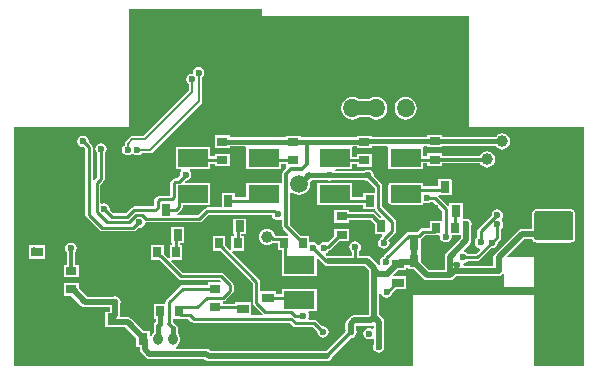
<source format=gbl>
G04*
G04 #@! TF.GenerationSoftware,Altium Limited,Altium Designer,19.0.11 (319)*
G04*
G04 Layer_Physical_Order=2*
G04 Layer_Color=16711680*
%FSLAX25Y25*%
%MOIN*%
G70*
G01*
G75*
%ADD13C,0.01181*%
%ADD15C,0.00787*%
%ADD52R,0.03543X0.02756*%
%ADD53R,0.02756X0.03543*%
%ADD55R,0.03843X0.03000*%
%ADD56R,0.03000X0.03843*%
%ADD105C,0.04724*%
%ADD106C,0.00984*%
%ADD107C,0.01575*%
%ADD108C,0.01299*%
%ADD109C,0.01968*%
%ADD112R,0.05906X0.05906*%
%ADD113C,0.05906*%
%ADD114R,0.04000X0.03150*%
%ADD115O,0.04000X0.03150*%
%ADD116C,0.01500*%
%ADD117O,0.05906X0.06299*%
%ADD118R,0.05118X0.06890*%
%ADD119O,0.03150X0.04000*%
%ADD120R,0.03150X0.04000*%
%ADD121O,0.03543X0.07677*%
%ADD122O,0.04134X0.06102*%
%ADD123C,0.15748*%
%ADD124C,0.02362*%
%ADD125C,0.03937*%
%ADD126C,0.01772*%
%ADD127R,0.03150X0.03937*%
%ADD128R,0.03937X0.03150*%
%ADD129R,0.10236X0.05906*%
%ADD130C,0.01378*%
G36*
X83169Y117224D02*
X152067D01*
Y80216D01*
X173072D01*
X173104Y80245D01*
X190453Y80216D01*
Y63681D01*
Y20672D01*
X190453Y20672D01*
X190453Y20672D01*
X190453Y4530D01*
X190453Y4529D01*
Y492D01*
X173622D01*
Y4150D01*
X173602Y21529D01*
X173622Y21547D01*
Y24016D01*
X133268D01*
Y492D01*
X10943D01*
X10675Y439D01*
X8613Y384D01*
X7877Y492D01*
X492D01*
Y4292D01*
X464Y4324D01*
X464D01*
Y20480D01*
X492Y20511D01*
Y62836D01*
X464Y62868D01*
X492Y80216D01*
X38878D01*
Y119587D01*
X83169D01*
Y117224D01*
D02*
G37*
%LPC*%
G36*
X121063Y90268D02*
X120107Y90142D01*
X119217Y89773D01*
X118828Y89475D01*
X115424D01*
X115035Y89773D01*
X114145Y90142D01*
X113189Y90268D01*
X112233Y90142D01*
X111343Y89773D01*
X110578Y89186D01*
X109991Y88421D01*
X109622Y87531D01*
X109496Y86575D01*
Y86181D01*
X109622Y85225D01*
X109991Y84335D01*
X110578Y83570D01*
X111343Y82983D01*
X112233Y82614D01*
X113189Y82488D01*
X114145Y82614D01*
X115035Y82983D01*
X115424Y83281D01*
X118828D01*
X119217Y82983D01*
X120107Y82614D01*
X121063Y82488D01*
X122019Y82614D01*
X122909Y82983D01*
X123674Y83570D01*
X124261Y84335D01*
X124630Y85225D01*
X124756Y86181D01*
Y86575D01*
X124630Y87531D01*
X124261Y88421D01*
X123674Y89186D01*
X122909Y89773D01*
X122019Y90142D01*
X121063Y90268D01*
D02*
G37*
G36*
X130905D02*
X129950Y90142D01*
X129059Y89773D01*
X128294Y89186D01*
X127707Y88421D01*
X127338Y87531D01*
X127213Y86575D01*
Y86181D01*
X127338Y85225D01*
X127707Y84335D01*
X128294Y83570D01*
X129059Y82983D01*
X129950Y82614D01*
X130905Y82488D01*
X131861Y82614D01*
X132752Y82983D01*
X133517Y83570D01*
X134104Y84335D01*
X134473Y85225D01*
X134599Y86181D01*
Y86575D01*
X134473Y87531D01*
X134104Y88421D01*
X133517Y89186D01*
X132752Y89773D01*
X131861Y90142D01*
X130905Y90268D01*
D02*
G37*
G36*
X163140Y78005D02*
X162441Y77913D01*
X161790Y77644D01*
X161230Y77214D01*
X160985Y76894D01*
X143032D01*
Y77520D01*
X138071D01*
Y76811D01*
X119606D01*
Y77224D01*
X114646D01*
Y76663D01*
X95886D01*
Y77224D01*
X90925D01*
Y76712D01*
X72264D01*
Y77323D01*
X67303D01*
Y73150D01*
X72264D01*
Y73662D01*
X77465D01*
X77835Y73346D01*
Y66024D01*
X89488D01*
Y67732D01*
X90925D01*
Y66870D01*
X90925D01*
X91114Y66413D01*
X90185Y65484D01*
X89898Y65054D01*
X89797Y64547D01*
X89797Y64547D01*
Y61907D01*
X89488Y61535D01*
X77835D01*
Y56638D01*
X74134D01*
Y57992D01*
X69567D01*
Y53291D01*
X64764D01*
X64295Y53198D01*
X63898Y52933D01*
X61698Y50732D01*
X54755D01*
X54701Y51231D01*
X55098Y51496D01*
X56279Y52678D01*
X56545Y53075D01*
X56638Y53543D01*
Y54213D01*
X65866D01*
Y61535D01*
X57522D01*
X57312Y62030D01*
X57524Y62261D01*
X57582Y62250D01*
X58319Y62396D01*
X58944Y62814D01*
X59362Y63439D01*
X59508Y64176D01*
X59362Y64914D01*
X58954Y65524D01*
X58972Y65616D01*
X59118Y66024D01*
X65866D01*
Y67831D01*
X67303D01*
Y66969D01*
X72264D01*
Y71142D01*
X67303D01*
Y70279D01*
X65866D01*
Y73347D01*
X54213D01*
Y66024D01*
X56045D01*
X56191Y65616D01*
X56209Y65524D01*
X55801Y64914D01*
X55655Y64176D01*
X55687Y64013D01*
X54709Y63035D01*
X54134D01*
X53665Y62942D01*
X53268Y62677D01*
X52800Y62208D01*
X52534Y61811D01*
X52441Y61343D01*
Y57228D01*
X48917D01*
X48449Y57135D01*
X48052Y56870D01*
X47461Y56279D01*
X47196Y55882D01*
X47102Y55413D01*
Y53720D01*
X47008Y53626D01*
X40438D01*
X39970Y53533D01*
X39572Y53267D01*
X37582Y51277D01*
X33525D01*
X32209Y52593D01*
X32242Y52756D01*
X32095Y53493D01*
X31677Y54118D01*
X31052Y54536D01*
X30315Y54683D01*
X29657Y54552D01*
X29157Y54791D01*
Y60860D01*
X30196Y61899D01*
X30462Y62297D01*
X30555Y62765D01*
Y71281D01*
X30693Y71374D01*
X31111Y71999D01*
X31258Y72736D01*
X31111Y73474D01*
X30693Y74099D01*
X30068Y74516D01*
X29331Y74663D01*
X28593Y74516D01*
X27968Y74099D01*
X27551Y73474D01*
X27404Y72736D01*
X27551Y71999D01*
X27968Y71374D01*
X28106Y71281D01*
Y63272D01*
X27118Y62284D01*
X26908Y62314D01*
X26618Y62461D01*
Y73327D01*
X26525Y73795D01*
X26259Y74193D01*
X25320Y75132D01*
X25352Y75295D01*
X25205Y76033D01*
X24788Y76658D01*
X24162Y77075D01*
X23425Y77222D01*
X22688Y77075D01*
X22063Y76658D01*
X21645Y76033D01*
X21498Y75295D01*
X21645Y74558D01*
X22063Y73933D01*
X22688Y73515D01*
X23425Y73369D01*
X23588Y73401D01*
X24169Y72820D01*
Y50935D01*
X24263Y50467D01*
X24528Y50069D01*
X28908Y45689D01*
X29305Y45424D01*
X29774Y45331D01*
X40139D01*
X40608Y45424D01*
X41005Y45689D01*
X41784Y46468D01*
X42126Y46400D01*
X42863Y46547D01*
X43488Y46964D01*
X43906Y47589D01*
X43964Y47878D01*
X44313Y48284D01*
X44515Y48284D01*
X62205D01*
X62673Y48377D01*
X63070Y48642D01*
X65271Y50843D01*
X86385D01*
X86507Y50227D01*
X86925Y49602D01*
X87550Y49184D01*
X88287Y49038D01*
X89025Y49184D01*
X89297Y49367D01*
X89797Y49099D01*
Y47008D01*
X89797Y47008D01*
X89898Y46501D01*
X90185Y46071D01*
X91877Y44379D01*
X91686Y43917D01*
X89744D01*
X89626Y43941D01*
X87374D01*
X87352Y44104D01*
X87083Y44756D01*
X86654Y45315D01*
X86094Y45744D01*
X85443Y46014D01*
X84744Y46106D01*
X84045Y46014D01*
X83394Y45744D01*
X82835Y45315D01*
X82406Y44756D01*
X82136Y44104D01*
X82044Y43406D01*
X82136Y42707D01*
X82406Y42055D01*
X82835Y41496D01*
X83394Y41067D01*
X84045Y40797D01*
X84744Y40705D01*
X85443Y40797D01*
X86094Y41067D01*
X86654Y41496D01*
X86660Y41505D01*
X86724Y41492D01*
X88425D01*
Y38957D01*
X89622D01*
Y36713D01*
X89646Y36594D01*
Y30591D01*
X101299D01*
Y36135D01*
X101761Y36326D01*
X103492Y34595D01*
X103492Y34595D01*
X103704Y34453D01*
X103799Y34311D01*
X104359Y33937D01*
X105020Y33805D01*
X117494D01*
X118746Y32553D01*
Y17518D01*
X118604Y17376D01*
X113752D01*
X113091Y17244D01*
X112531Y16870D01*
X111378Y15717D01*
X111004Y15157D01*
X110872Y14496D01*
Y12866D01*
X110946Y12494D01*
X110917Y12450D01*
X110792Y11823D01*
X104435Y5466D01*
X65969D01*
X65687Y5748D01*
X65127Y6122D01*
X64466Y6254D01*
X54292D01*
X54243Y6754D01*
X54277Y6760D01*
X55032Y7265D01*
X55537Y8020D01*
X55714Y8911D01*
Y9762D01*
X55537Y10653D01*
X55032Y11408D01*
X54951Y11463D01*
Y13163D01*
X54835Y13747D01*
X54504Y14242D01*
X54009Y14572D01*
X53966Y14581D01*
X53291Y15256D01*
Y16220D01*
X56024D01*
X56142Y16197D01*
X58506D01*
X59476Y15228D01*
X59873Y14962D01*
X60341Y14869D01*
X92356D01*
X93426Y13800D01*
X93823Y13534D01*
X94291Y13441D01*
X99985D01*
X101452Y11974D01*
X101420Y11811D01*
X101566Y11074D01*
X101984Y10449D01*
X102609Y10031D01*
X103347Y9884D01*
X104084Y10031D01*
X104709Y10449D01*
X105127Y11074D01*
X105273Y11811D01*
X105127Y12548D01*
X104709Y13173D01*
X104084Y13591D01*
X103347Y13738D01*
X103183Y13705D01*
X101358Y15531D01*
X100961Y15797D01*
X100492Y15890D01*
X98762D01*
X98526Y16331D01*
X98630Y16487D01*
X98777Y17224D01*
X98630Y17962D01*
X98418Y18280D01*
X98685Y18779D01*
X101299D01*
Y26102D01*
X89646D01*
Y24354D01*
X87717D01*
Y25413D01*
X82425D01*
Y28504D01*
X82332Y28972D01*
X82067Y29370D01*
X73078Y38358D01*
X73285Y38858D01*
X77027D01*
Y43819D01*
X76165D01*
Y44370D01*
X77874D01*
Y49724D01*
X73307D01*
Y44370D01*
X73717D01*
Y43819D01*
X72854D01*
Y39289D01*
X72354Y39082D01*
X70846Y40590D01*
Y43819D01*
X66673D01*
Y38858D01*
X69115D01*
X79976Y27997D01*
Y21604D01*
X80070Y21136D01*
X80335Y20739D01*
X83256Y17818D01*
X83184Y17501D01*
X83064Y17318D01*
X79449D01*
Y21673D01*
X74094D01*
Y21264D01*
X69902D01*
Y22004D01*
X70079D01*
X70547Y22097D01*
X70944Y22363D01*
X73208Y24626D01*
X73474Y25024D01*
X73567Y25492D01*
Y27461D01*
X73474Y27929D01*
X73208Y28326D01*
X70354Y31181D01*
X69957Y31446D01*
X69488Y31539D01*
X56669D01*
X52863Y35345D01*
X53054Y35807D01*
X56457D01*
Y40768D01*
X55594D01*
Y41417D01*
X57205D01*
Y46772D01*
X52638D01*
Y41417D01*
X53146D01*
Y40768D01*
X52284D01*
Y36578D01*
X51822Y36386D01*
X50334Y37874D01*
X50276Y37913D01*
Y40768D01*
X46102D01*
Y35807D01*
X48938D01*
X55296Y29449D01*
X55693Y29184D01*
X56161Y29091D01*
X68971D01*
X69252Y28749D01*
X69063Y28307D01*
X64941D01*
Y27445D01*
X56634D01*
X56165Y27352D01*
X55768Y27086D01*
X51201Y22519D01*
X50936Y22122D01*
X50843Y21654D01*
Y21181D01*
X46988D01*
Y16220D01*
X47549D01*
Y15199D01*
X47347Y14996D01*
X47016Y14501D01*
X46900Y13917D01*
Y11515D01*
X46740Y11408D01*
X46235Y10653D01*
X46169Y10323D01*
X45669Y10372D01*
Y12045D01*
X43644D01*
X39461Y16228D01*
X38901Y16602D01*
X38241Y16734D01*
X36086D01*
X35675Y17234D01*
X35693Y17320D01*
Y20924D01*
X35747Y21005D01*
X35893Y21742D01*
X35747Y22479D01*
X35329Y23105D01*
X34704Y23522D01*
X33966Y23669D01*
X33229Y23522D01*
X33148Y23468D01*
X24800D01*
X21969Y26299D01*
Y28032D01*
X17008D01*
Y23858D01*
X19527D01*
X22864Y20522D01*
X23424Y20147D01*
X24085Y20016D01*
X32241D01*
Y18575D01*
X30805D01*
Y13315D01*
X33362D01*
X33529Y13281D01*
X37526D01*
X41102Y9705D01*
Y6628D01*
X42250D01*
Y6012D01*
X42382Y5351D01*
X42756Y4791D01*
X44240Y3307D01*
X44800Y2933D01*
X45461Y2802D01*
X63751D01*
X64033Y2520D01*
X64593Y2145D01*
X65254Y2014D01*
X104724D01*
X105385Y2145D01*
X105945Y2520D01*
X106319Y3080D01*
X106379Y3379D01*
X112807Y9808D01*
X113434Y9933D01*
X114059Y10350D01*
X114477Y10975D01*
X114624Y11713D01*
X114477Y12450D01*
X114296Y12721D01*
X114324Y12866D01*
Y13781D01*
X114467Y13924D01*
X119319D01*
X119778Y14015D01*
X120278Y13698D01*
Y13107D01*
X119778Y12839D01*
X119537Y13001D01*
X118799Y13147D01*
X118062Y13001D01*
X117437Y12583D01*
X117019Y11958D01*
X116872Y11220D01*
X117019Y10483D01*
X117437Y9858D01*
X118062Y9440D01*
X118799Y9294D01*
X119537Y9440D01*
X119778Y9601D01*
X120278Y9334D01*
Y7692D01*
X120169Y7529D01*
X120022Y6791D01*
X120169Y6054D01*
X120586Y5429D01*
X121212Y5011D01*
X121949Y4865D01*
X122686Y5011D01*
X123311Y5429D01*
X123729Y6054D01*
X123876Y6791D01*
X123730Y7524D01*
Y15271D01*
X123599Y15932D01*
X123224Y16492D01*
X122198Y17518D01*
Y24429D01*
X122291Y24891D01*
X122291Y24891D01*
Y24891D01*
X122698Y24931D01*
X122710Y24874D01*
X122803Y24405D01*
X123221Y23780D01*
X123846Y23362D01*
X124583Y23215D01*
X125321Y23362D01*
X125946Y23780D01*
X126363Y24405D01*
X126465Y24918D01*
X127546Y25998D01*
X131075D01*
Y30416D01*
X126999D01*
X126792Y30916D01*
X128256Y32379D01*
X131075D01*
Y33235D01*
X131668D01*
Y32704D01*
X133644D01*
X136860Y29488D01*
X137420Y29114D01*
X138081Y28983D01*
X145669D01*
X146330Y29114D01*
X146890Y29488D01*
X147861Y30459D01*
X161889D01*
X162549Y30590D01*
X163109Y30964D01*
X163378Y31367D01*
X163878Y31215D01*
Y26831D01*
X173661Y26831D01*
X173661Y36614D01*
X164905Y36614D01*
X164714Y37076D01*
X170282Y42644D01*
X173165D01*
X173271Y42388D01*
X173271Y42388D01*
X173271Y42388D01*
X173350Y42270D01*
X173428Y42153D01*
X173428Y42153D01*
X173428Y42153D01*
X173649Y41932D01*
X173884Y41775D01*
X174173Y41655D01*
X174173Y41655D01*
X174173Y41655D01*
X174306Y41629D01*
X174450Y41600D01*
X174450Y41600D01*
X174450Y41600D01*
X174607Y41600D01*
X186024Y41600D01*
X186118Y41619D01*
X186214Y41626D01*
X186663Y41749D01*
X186704Y41769D01*
X186749Y41778D01*
X186829Y41832D01*
X186916Y41875D01*
X186945Y41909D01*
X186984Y41935D01*
X187202Y42153D01*
X187202Y42153D01*
X187202Y42153D01*
X187300Y42299D01*
X187359Y42388D01*
Y42388D01*
X187359Y42388D01*
X187479Y42677D01*
X187479Y42677D01*
X187479Y42677D01*
X187506Y42816D01*
X187533Y42954D01*
X187533Y42954D01*
X187533Y42954D01*
X187533Y43110D01*
X187534Y50620D01*
X187534Y50620D01*
X187534Y50620D01*
X187533Y51083D01*
X187517Y51166D01*
X187514Y51251D01*
X187402Y51717D01*
X187378Y51769D01*
X187367Y51825D01*
X187329Y51917D01*
X187172Y52151D01*
X186895Y52428D01*
X186661Y52585D01*
X186661Y52585D01*
X186299Y52734D01*
X186299Y52734D01*
X186299Y52735D01*
X186198Y52755D01*
X186023Y52789D01*
X186023Y52789D01*
X186023Y52789D01*
X185827Y52789D01*
X174606Y52789D01*
X174606Y52789D01*
X174450Y52789D01*
X174450Y52789D01*
X174450Y52789D01*
X174332Y52766D01*
X174173Y52734D01*
X174173Y52734D01*
X174173Y52734D01*
X173884Y52614D01*
X173649Y52458D01*
X173428Y52236D01*
X173428Y52236D01*
X173271Y52002D01*
X173151Y51713D01*
X173121Y51561D01*
X173096Y51436D01*
X173096Y51279D01*
X173096Y46096D01*
X169567D01*
X168906Y45965D01*
X168346Y45591D01*
X160668Y37912D01*
X160294Y37352D01*
X160162Y36692D01*
Y34677D01*
X160108Y34596D01*
X159972Y33911D01*
X150309D01*
X150019Y34317D01*
X150378Y34743D01*
X150836Y34834D01*
X151461Y35252D01*
X151553Y35390D01*
X154730D01*
X155199Y35483D01*
X155596Y35748D01*
X159491Y39643D01*
X159653Y39611D01*
X160391Y39757D01*
X161016Y40175D01*
X161434Y40800D01*
X161580Y41537D01*
X161548Y41700D01*
X162381Y42534D01*
X162647Y42931D01*
X162740Y43400D01*
Y46183D01*
X162878Y46275D01*
X163296Y46900D01*
X163443Y47638D01*
X163296Y48375D01*
X162960Y48878D01*
X162910Y49213D01*
X162960Y49547D01*
X163296Y50050D01*
X163443Y50787D01*
X163296Y51525D01*
X162878Y52150D01*
X162253Y52567D01*
X161516Y52714D01*
X160778Y52567D01*
X160153Y52150D01*
X159736Y51525D01*
X159595Y50817D01*
X155040Y46262D01*
X154774Y45865D01*
X154681Y45396D01*
Y43089D01*
X154543Y42996D01*
X154125Y42371D01*
X153979Y41634D01*
X154125Y40896D01*
X154543Y40271D01*
X155168Y39854D01*
X155471Y39794D01*
X155636Y39251D01*
X154223Y37839D01*
X151553D01*
X151461Y37977D01*
X150836Y38394D01*
X150419Y38477D01*
X150254Y39020D01*
X152303Y41069D01*
X152677Y41629D01*
X152809Y42289D01*
Y46820D01*
X152863Y46900D01*
X153009Y47638D01*
X152863Y48375D01*
X152445Y49000D01*
X151820Y49418D01*
X151083Y49565D01*
X150520Y49453D01*
X150100Y49707D01*
X150020Y49802D01*
Y54646D01*
X145453D01*
Y54006D01*
X144953Y53799D01*
X141679Y57073D01*
X141887Y57559D01*
X146280D01*
Y62913D01*
X141713D01*
Y60378D01*
X136732D01*
Y61535D01*
X125079D01*
Y54213D01*
X136732D01*
Y54699D01*
X137173Y54935D01*
X137353Y54814D01*
X138091Y54668D01*
X138828Y54814D01*
X139265Y55107D01*
X140182D01*
X143067Y52222D01*
Y48937D01*
X139114D01*
Y46402D01*
X136735D01*
X136266Y46308D01*
X135869Y46043D01*
X134901Y45075D01*
X132009D01*
X131541Y44982D01*
X131144Y44717D01*
X123617Y37189D01*
X123351Y36792D01*
X123315Y36612D01*
X122856Y36305D01*
X122439Y35680D01*
X122292Y34943D01*
X122439Y34205D01*
X122004Y34023D01*
X121693Y34488D01*
X119429Y36752D01*
X118869Y37126D01*
X118209Y37258D01*
X115329D01*
Y38604D01*
X115468Y38697D01*
X115885Y39322D01*
X116032Y40059D01*
X115885Y40796D01*
X115468Y41421D01*
X114842Y41839D01*
X114105Y41986D01*
X113368Y41839D01*
X112743Y41421D01*
X112325Y40796D01*
X112178Y40059D01*
X112325Y39322D01*
X112743Y38697D01*
X112881Y38604D01*
Y37258D01*
X105020D01*
X104650Y37184D01*
X104264Y37570D01*
X104409Y38049D01*
X104576Y38082D01*
X105201Y38500D01*
X105515Y38969D01*
X105644Y38995D01*
X106041Y39260D01*
X108798Y42018D01*
X112028D01*
Y46191D01*
X107067D01*
Y43749D01*
X104806Y41488D01*
X104576Y41642D01*
X103839Y41789D01*
X103101Y41642D01*
X102476Y41225D01*
X102269Y40915D01*
X101668D01*
X101461Y41225D01*
X100836Y41642D01*
X100098Y41789D01*
X99361Y41642D01*
X99221Y41548D01*
X98779Y41784D01*
Y43917D01*
X96086D01*
X92447Y47557D01*
Y58213D01*
X92947Y58448D01*
X93528Y58003D01*
X94418Y57634D01*
X95374Y57508D01*
X96330Y57634D01*
X97220Y58003D01*
X97985Y58589D01*
X98572Y59354D01*
X98941Y60245D01*
X99067Y61201D01*
X99004Y61677D01*
X99778Y62451D01*
X104786D01*
X104873Y62393D01*
X105610Y62247D01*
X106348Y62393D01*
X106434Y62451D01*
X117189D01*
X117570Y62196D01*
X118307Y62050D01*
X118352Y62059D01*
X120626Y59784D01*
Y57992D01*
X116811D01*
Y56638D01*
X113110D01*
Y61535D01*
X101457D01*
Y54213D01*
X109626D01*
X109744Y54189D01*
X116811D01*
Y52638D01*
X120708D01*
X120719Y52583D01*
X120985Y52185D01*
X122791Y50379D01*
X122610Y49853D01*
X122330Y49818D01*
X120819Y51330D01*
X120389Y51617D01*
X119882Y51718D01*
X119882Y51718D01*
X112028D01*
Y52372D01*
X107067D01*
Y48199D01*
X112028D01*
Y49069D01*
X119333D01*
X120551Y47851D01*
Y44370D01*
X122930D01*
X123122Y43908D01*
X122756Y43543D01*
X122491Y43146D01*
X122447Y42922D01*
X122266Y42801D01*
X121848Y42176D01*
X121701Y41439D01*
X121848Y40702D01*
X122266Y40077D01*
X122891Y39659D01*
X123628Y39512D01*
X124365Y39659D01*
X124990Y40077D01*
X125408Y40702D01*
X125555Y41439D01*
X125408Y42176D01*
X125186Y42509D01*
X127342Y44666D01*
X127608Y45063D01*
X127701Y45531D01*
Y48425D01*
X127608Y48894D01*
X127342Y49291D01*
X123075Y53558D01*
Y59929D01*
X123175Y60433D01*
X123074Y60940D01*
X122787Y61370D01*
X120225Y63932D01*
X120234Y63976D01*
X120087Y64714D01*
X119669Y65339D01*
X119044Y65756D01*
X118307Y65903D01*
X117570Y65756D01*
X117189Y65502D01*
X107490D01*
X107475Y65524D01*
X107733Y66024D01*
X113110D01*
Y67732D01*
X114646D01*
Y66870D01*
X119606D01*
Y71043D01*
X114646D01*
Y70181D01*
X113110D01*
Y73346D01*
X113500Y73612D01*
X114646D01*
Y73051D01*
X119606D01*
Y73760D01*
X124870D01*
X125079Y73347D01*
X125079Y73260D01*
Y66024D01*
X136732D01*
Y68028D01*
X138071D01*
Y67165D01*
X143032D01*
Y67947D01*
X155652D01*
X155654Y67941D01*
X156083Y67382D01*
X156642Y66953D01*
X157294Y66683D01*
X157993Y66591D01*
X158691Y66683D01*
X159343Y66953D01*
X159902Y67382D01*
X160331Y67941D01*
X160601Y68592D01*
X160693Y69291D01*
X160601Y69990D01*
X160331Y70641D01*
X159902Y71201D01*
X159343Y71630D01*
X158691Y71900D01*
X157993Y71992D01*
X157294Y71900D01*
X156642Y71630D01*
X156083Y71201D01*
X155654Y70641D01*
X155635Y70596D01*
X143032D01*
Y71339D01*
X138071D01*
Y70476D01*
X136732D01*
Y73260D01*
X136732Y73347D01*
X136941Y73760D01*
X138071D01*
Y73347D01*
X143032D01*
Y73844D01*
X160887D01*
X161230Y73396D01*
X161790Y72967D01*
X162441Y72697D01*
X163140Y72605D01*
X163839Y72697D01*
X164490Y72967D01*
X165049Y73396D01*
X165478Y73955D01*
X165748Y74606D01*
X165840Y75305D01*
X165748Y76004D01*
X165478Y76655D01*
X165049Y77214D01*
X164490Y77644D01*
X163839Y77913D01*
X163140Y78005D01*
D02*
G37*
G36*
X61910Y100155D02*
X61172Y100008D01*
X60547Y99591D01*
X60129Y98966D01*
X59983Y98228D01*
X59629Y97869D01*
X59007Y97745D01*
X58382Y97327D01*
X57964Y96702D01*
X57817Y95965D01*
X57964Y95227D01*
X58382Y94602D01*
X58620Y94443D01*
Y92296D01*
X43432Y77108D01*
X39764D01*
X39334Y77023D01*
X38969Y76779D01*
X37591Y75401D01*
X37347Y75036D01*
X37262Y74606D01*
Y74127D01*
X36925Y73902D01*
X36507Y73277D01*
X36361Y72539D01*
X36507Y71802D01*
X36925Y71177D01*
X37550Y70759D01*
X38287Y70613D01*
X39025Y70759D01*
X39650Y71177D01*
X39661Y71194D01*
X40161D01*
X40173Y71177D01*
X40798Y70759D01*
X41535Y70613D01*
X42273Y70759D01*
X42898Y71177D01*
X43057Y71415D01*
X45866D01*
X46296Y71501D01*
X46661Y71745D01*
X62822Y87906D01*
X63066Y88271D01*
X63152Y88701D01*
Y96785D01*
X63272Y96866D01*
X63690Y97491D01*
X63836Y98228D01*
X63690Y98966D01*
X63272Y99591D01*
X62647Y100008D01*
X61910Y100155D01*
D02*
G37*
G36*
X7156Y40766D02*
X6870Y40709D01*
X5264D01*
Y36142D01*
X10681D01*
Y40709D01*
X7441D01*
X7156Y40766D01*
D02*
G37*
G36*
X19291Y41592D02*
X18554Y41445D01*
X17929Y41028D01*
X17511Y40403D01*
X17365Y39665D01*
X17511Y38928D01*
X17929Y38303D01*
X17965Y38279D01*
Y34213D01*
X17008D01*
Y30039D01*
X21969D01*
Y34213D01*
X20815D01*
Y38544D01*
X21071Y38928D01*
X21218Y39665D01*
X21071Y40403D01*
X20654Y41028D01*
X20029Y41445D01*
X19291Y41592D01*
D02*
G37*
%LPD*%
G36*
X186384Y51917D02*
X186661Y51640D01*
X186699Y51548D01*
X186811Y51083D01*
D01*
X186811Y50620D01*
X186811Y43110D01*
X186811Y42954D01*
X186691Y42664D01*
X186473Y42446D01*
X186024Y42323D01*
X174606Y42323D01*
X174450Y42323D01*
X174160Y42443D01*
X173939Y42664D01*
X173819Y42954D01*
X173819Y43110D01*
X173819Y51279D01*
X173819Y51436D01*
X173939Y51726D01*
X174160Y51947D01*
X174450Y52067D01*
X174606Y52067D01*
X174606Y52067D01*
X185827Y52067D01*
X186023Y52067D01*
X186384Y51917D01*
D02*
G37*
G36*
X149357Y43004D02*
X144449Y38096D01*
X144075Y37536D01*
X143943Y36876D01*
Y32435D01*
X138796D01*
X136085Y35145D01*
Y37965D01*
X136085D01*
Y38413D01*
X136085D01*
Y42859D01*
X136274Y42985D01*
X137242Y43953D01*
X140315D01*
X140433Y43976D01*
X142058D01*
X142365Y43602D01*
X142511Y42865D01*
X142929Y42240D01*
X143554Y41822D01*
X144291Y41676D01*
X145029Y41822D01*
X145654Y42240D01*
X146072Y42865D01*
X146218Y43602D01*
X146525Y43976D01*
X149357D01*
Y43004D01*
D02*
G37*
D13*
X157973Y69272D02*
X157993Y69291D01*
X140571Y69272D02*
X157973D01*
X140551Y69252D02*
X140571Y69272D01*
X138189Y51181D02*
X139469D01*
X140256Y51968D01*
X135758Y48750D02*
X138189Y51181D01*
X135758Y47569D02*
Y48750D01*
X135531Y47343D02*
X135758Y47569D01*
X118307Y63976D02*
X121850Y60433D01*
X100399Y6989D02*
X102032D01*
X108661Y13618D01*
Y20276D01*
X124583Y24767D02*
Y25142D01*
X91122Y47008D02*
X96693Y41437D01*
X91122Y47008D02*
Y64547D01*
X96358Y66043D02*
X97947Y67632D01*
X92618Y66043D02*
X96358D01*
X91122Y64547D02*
X92618Y66043D01*
X97947Y67632D02*
Y74955D01*
X98130Y75138D01*
X104429Y35531D02*
X105020D01*
X100098Y39862D02*
X104429Y35531D01*
X109655Y50394D02*
X119882D01*
X122835Y47441D01*
D15*
X137500Y41043D02*
X140157D01*
X43890Y1209D02*
X131988D01*
X41556Y3543D02*
X43890Y1209D01*
X18374Y3543D02*
X41556D01*
X9515Y12402D02*
X18374Y3543D01*
X58799Y6614D02*
X99598D01*
X58425Y6988D02*
X58799Y6614D01*
X99598D02*
X99972Y6989D01*
X100399D01*
X80905Y39862D02*
Y49803D01*
X77362Y36319D02*
X80905Y39862D01*
X168329Y79035D02*
X175908Y71457D01*
X146260Y79035D02*
X168329D01*
X142323Y82973D02*
X146260Y79035D01*
X175908Y71457D02*
X176311D01*
X150300Y58589D02*
X165869D01*
X145897Y62992D02*
X150300Y58589D01*
X165869D02*
X176311Y69032D01*
Y71457D01*
X123917Y55678D02*
Y60070D01*
X126839Y62992D01*
X145897D01*
X2854Y33563D02*
Y42224D01*
Y24585D02*
Y33563D01*
X2992Y33425D01*
X7972D01*
X2854Y24585D02*
X8858Y18581D01*
Y12402D02*
Y18581D01*
X2854Y42224D02*
X7776Y47146D01*
Y53150D01*
Y70374D01*
X8858Y71457D01*
X7776Y53150D02*
X16831Y44094D01*
X7008Y34213D02*
X7283D01*
X116535Y45472D02*
X116732D01*
X115354Y46654D02*
X116535Y45472D01*
X115354Y46654D02*
Y47047D01*
X116732Y45472D02*
X118504Y43701D01*
X140157Y35335D02*
Y41043D01*
X38386Y65354D02*
Y67618D01*
X32283Y73721D02*
X38386Y67618D01*
X32283Y73721D02*
Y78150D01*
X37894D01*
X20539D02*
X32283D01*
X59744Y91831D02*
Y95965D01*
X43898Y75984D02*
X59744Y91831D01*
X39764Y75984D02*
X43898D01*
X37894Y78150D02*
X41929Y82185D01*
Y94784D01*
X47835Y100689D01*
X13846Y71457D02*
X20539Y78150D01*
X62028Y88701D02*
Y98110D01*
X45866Y72539D02*
X62028Y88701D01*
X41535Y72539D02*
X45866D01*
X47835Y101677D02*
Y101969D01*
Y100689D02*
Y101677D01*
X38386Y72638D02*
Y74606D01*
X38287Y72539D02*
X38386Y72638D01*
Y74606D02*
X39764Y75984D01*
X8858Y71457D02*
X13846D01*
X88976Y105354D02*
X145276D01*
X143110Y103189D02*
X145276Y105354D01*
X143110Y84646D02*
Y103189D01*
X142323Y83858D02*
X143110Y84646D01*
X176311Y71457D02*
X182087D01*
X142323Y82973D02*
Y83858D01*
X123917Y55678D02*
X125461Y54134D01*
X125598D01*
X126877Y52854D01*
X127303D01*
X139370D02*
X140256Y51968D01*
X127303Y52854D02*
X139370D01*
X95374Y51201D02*
X99528Y47047D01*
X115354D01*
X8858Y12402D02*
X10874Y14417D01*
X25526D01*
X26732Y15623D01*
Y15945D01*
X88779Y28543D02*
X105905D01*
X106201Y28839D01*
X81004Y36319D02*
X88779Y28543D01*
X77362Y36319D02*
X81004D01*
X70866Y49803D02*
X80905D01*
X69685Y48622D02*
X70866Y49803D01*
X69291Y48622D02*
X69685D01*
X68110Y47441D02*
X69291Y48622D01*
X68110Y47047D02*
Y47441D01*
X62402Y40846D02*
X76378Y26870D01*
X62402Y40846D02*
Y47343D01*
X67815D01*
X50295D02*
X62402D01*
X76378Y26870D02*
X76772D01*
X67815Y47343D02*
X68110Y47047D01*
X47441Y44488D02*
X50295Y47343D01*
X47441Y44094D02*
Y44488D01*
X16831Y44094D02*
X47441D01*
X8858Y12402D02*
X9515D01*
X61910Y98228D02*
X62028Y98110D01*
D52*
X19488Y25945D02*
D03*
Y32126D02*
D03*
X109547Y44104D02*
D03*
Y50285D02*
D03*
X67421Y20039D02*
D03*
Y26221D02*
D03*
X140551Y75433D02*
D03*
Y69252D02*
D03*
X117126Y68957D02*
D03*
Y75138D02*
D03*
X93405D02*
D03*
Y68957D02*
D03*
X69784Y69055D02*
D03*
Y75236D02*
D03*
D53*
X55256Y18701D02*
D03*
X49075D02*
D03*
X147382Y46457D02*
D03*
X141201D02*
D03*
X74941Y41339D02*
D03*
X68760D02*
D03*
X48189Y38287D02*
D03*
X54370D02*
D03*
X96693Y41437D02*
D03*
X90512D02*
D03*
D55*
X128445Y28207D02*
D03*
Y34588D02*
D03*
D56*
X140258Y41043D02*
D03*
X133876D02*
D03*
X140258Y35335D02*
D03*
X133876D02*
D03*
X26632Y15945D02*
D03*
X33013D02*
D03*
D105*
X113189Y86378D02*
X121063D01*
D106*
X150098Y36614D02*
X154730D01*
X159653Y41537D01*
X53051Y56004D02*
X53665Y56618D01*
X48917Y56004D02*
X53051D01*
X48327Y55413D02*
X48917Y56004D01*
X48327Y53213D02*
Y55413D01*
X53665Y56618D02*
Y61343D01*
X54134Y61811D01*
X55216D01*
X44313Y49508D02*
X62205D01*
X47515Y52402D02*
X48327Y53213D01*
X40438Y52402D02*
X47515D01*
X33018Y50053D02*
X38089D01*
X30315Y52756D02*
X33018Y50053D01*
X31343Y48360D02*
X38791D01*
X27933Y51769D02*
X31343Y48360D01*
X38791D02*
X41139Y50709D01*
X29774Y46555D02*
X40139D01*
X41911Y48327D02*
X42126D01*
X40139Y46555D02*
X41911Y48327D01*
X25394Y50935D02*
X29774Y46555D01*
X41139Y50709D02*
X43113D01*
X38089Y50053D02*
X40438Y52402D01*
X43113Y50709D02*
X44313Y49508D01*
X62205D02*
X64764Y52067D01*
X55216Y61811D02*
X57582Y64176D01*
X27933Y51769D02*
Y61367D01*
X29331Y62765D01*
Y72736D01*
X81201Y21604D02*
X84203Y18602D01*
X92748D01*
X94126Y17224D01*
X96850D01*
X92863Y16093D02*
X94291Y14665D01*
X60341Y16093D02*
X92863D01*
X59013Y17421D02*
X60341Y16093D01*
X81201Y21604D02*
Y28504D01*
X56142Y17421D02*
X59013D01*
X84744Y43406D02*
X86035D01*
X86724Y42717D01*
X89626D01*
X90512Y41831D01*
Y41437D02*
Y41831D01*
X23425Y75295D02*
X25394Y73327D01*
X121850Y53051D02*
X126476Y48425D01*
Y45531D02*
Y48425D01*
X123622Y42677D02*
X126476Y45531D01*
X123628Y41439D02*
Y42671D01*
X123622Y42677D02*
X123628Y42671D01*
X124219Y34943D02*
X124482Y35206D01*
Y36324D01*
X132009Y43851D01*
X135408D01*
X136735Y45177D01*
X140315D01*
X141201Y46063D01*
Y46457D01*
X25394Y50935D02*
Y73327D01*
X121850Y53051D02*
Y60433D01*
X64764Y52067D02*
X87185D01*
X88287Y50965D01*
X145669Y34350D02*
X147942D01*
X148039Y34254D01*
X95374Y61201D02*
X96087D01*
X124583Y24767D02*
X128123Y28307D01*
X84390Y68957D02*
X93405D01*
X54232Y52362D02*
X55413Y53543D01*
X51181Y52362D02*
X54232D01*
X114105Y35600D02*
X114173Y35531D01*
X114105Y35600D02*
Y40059D01*
X55413Y55413D02*
X57874Y57874D01*
X55413Y53543D02*
Y55413D01*
X57874Y57874D02*
X60039D01*
X128123Y28307D02*
X128445D01*
X131339Y69252D02*
X140551D01*
X130905Y69685D02*
X131339Y69252D01*
X142913Y59153D02*
X143996Y60236D01*
X132185Y59153D02*
X142913D01*
X130905Y57874D02*
X132185Y59153D01*
X107283Y57874D02*
X109744Y55413D01*
X118996D01*
X119095Y55315D01*
X107283Y69685D02*
X108012Y68957D01*
X117126D01*
X83661Y69685D02*
X84390Y68957D01*
X74941Y41339D02*
Y46398D01*
X75590Y47047D01*
X81201Y55413D02*
X83661Y57874D01*
X71949Y55413D02*
X81201D01*
X71850Y55315D02*
X71949Y55413D01*
X60669Y69055D02*
X69784D01*
X60039Y69685D02*
X60669Y69055D01*
X54370Y43543D02*
X54921Y44094D01*
X54370Y38287D02*
Y43543D01*
X68760Y40945D02*
X81201Y28504D01*
X68760Y40945D02*
Y41339D01*
X93307Y34252D02*
X95472D01*
X90847Y36713D02*
X93307Y34252D01*
X90847Y36713D02*
Y41102D01*
X90512Y41437D02*
X90847Y41102D01*
X103839Y39862D02*
X104102Y40126D01*
X105175D01*
X109153Y44104D01*
X109547D01*
X76772Y19390D02*
X77756D01*
X76122Y20039D02*
X76772Y19390D01*
X67421Y20039D02*
X76122D01*
X122185Y46398D02*
X122835Y47047D01*
X147382Y46457D02*
Y51614D01*
X147736Y51968D01*
X94784Y23130D02*
X95472Y22441D01*
X86024Y23130D02*
X94784D01*
X49468Y37008D02*
X56161Y30315D01*
X49075Y37008D02*
X49468D01*
X48189Y37894D02*
X49075Y37008D01*
X48189Y37894D02*
Y38287D01*
X56161Y30315D02*
X69488D01*
X72342Y27461D01*
Y25492D02*
Y27461D01*
X70079Y23228D02*
X72342Y25492D01*
X64734Y23228D02*
X70079D01*
X61486Y19980D02*
X64734Y23228D01*
X56142Y19980D02*
X61486D01*
X55256Y19094D02*
X56142Y19980D01*
X55256Y18701D02*
Y19094D01*
X52067Y21654D02*
X56634Y26221D01*
X67421D01*
X52067Y14521D02*
Y21654D01*
X55256Y18307D02*
X56142Y17421D01*
X55256Y18307D02*
Y18701D01*
X94291Y14665D02*
X100492D01*
X103347Y11811D01*
X155905Y41634D02*
Y45396D01*
X161297Y50787D01*
X161516Y43400D02*
Y47638D01*
X159653Y41537D02*
X161516Y43400D01*
X144291Y43602D02*
Y52729D01*
X140690Y56331D02*
X144291Y52729D01*
X138354Y56331D02*
X140690D01*
X138091Y56595D02*
X138354Y56331D01*
X161297Y50787D02*
X161516D01*
D107*
X53425Y9337D02*
Y13163D01*
X48425Y9337D02*
Y13917D01*
X163076Y75369D02*
X163140Y75305D01*
X140615Y75369D02*
X163076D01*
X140551Y75433D02*
X140615Y75369D01*
X47835Y101677D02*
X49017Y100495D01*
X47835Y101969D02*
Y103311D01*
X44882Y106264D02*
X47835Y103311D01*
X44882Y106264D02*
Y113878D01*
X51279Y98524D02*
X55905D01*
X49308Y100495D02*
X51279Y98524D01*
X49017Y100495D02*
X49308D01*
X55905Y98524D02*
Y106693D01*
X60630Y101969D01*
X76181D01*
Y103311D01*
X79134Y106264D01*
Y113878D01*
X91929Y84606D02*
Y84744D01*
X76181Y100492D02*
X91929Y84744D01*
X76181Y100492D02*
Y101969D01*
X93701Y86378D02*
X103347D01*
X91929Y84606D02*
X93701Y86378D01*
X91929Y83858D02*
Y84606D01*
X98130Y75138D02*
X117126D01*
X88976Y105354D02*
X90748Y103583D01*
Y99173D02*
Y103583D01*
Y99173D02*
X103347Y86575D01*
Y86378D02*
Y86575D01*
X49075Y14567D02*
Y18701D01*
X48425Y13917D02*
X49075Y14567D01*
X98862Y63976D02*
X118307D01*
X93405Y75138D02*
X98130D01*
X69784Y75236D02*
X69833Y75187D01*
X93356D01*
X93405Y75138D01*
X117126D02*
X117274Y75285D01*
X140403D01*
X140551Y75433D01*
D108*
X52067Y14521D02*
X53425Y13163D01*
D109*
X161889Y32185D02*
Y33858D01*
Y36692D01*
X147146Y32185D02*
X161889D01*
X145669Y36876D02*
X151083Y42289D01*
X145669Y30709D02*
X147146Y32185D01*
X151083Y42289D02*
Y47638D01*
X145669Y34350D02*
Y36876D01*
X161889Y36692D02*
X169567Y44370D01*
X175866D01*
X38241Y15008D02*
X43976Y9272D01*
Y6012D02*
X45461Y4528D01*
X43976Y6012D02*
Y9272D01*
X65254Y3740D02*
X104724D01*
X64466Y4528D02*
X65254Y3740D01*
X33529Y15008D02*
X38241D01*
X45461Y4528D02*
X64466D01*
X121949Y6791D02*
X122004Y6846D01*
X121949Y6791D02*
Y6898D01*
X122004Y6846D02*
Y15271D01*
X120472Y16803D02*
X122004Y15271D01*
X119319Y15650D02*
X120472Y16803D01*
X175866Y44370D02*
X175984Y44488D01*
X124629Y31194D02*
X127923Y34488D01*
X145669Y30709D02*
Y34350D01*
X96087Y61201D02*
X98862Y63976D01*
X133603Y34961D02*
X133976Y35335D01*
X128918Y34961D02*
X133603D01*
X128445Y34488D02*
X128918Y34961D01*
X133876Y36730D02*
Y40943D01*
X121626Y31202D02*
X124809D01*
X120472Y32355D02*
X121626Y31202D01*
X114173Y35531D02*
X118209D01*
X105020D02*
X114173D01*
X109547Y50285D02*
X109655Y50394D01*
X122835Y47047D02*
Y47441D01*
X120472Y32355D02*
Y33268D01*
X118209Y35531D02*
X120472Y33268D01*
X19882Y25945D02*
X24085Y21742D01*
X19488Y25945D02*
X19882D01*
X24085Y21742D02*
X33966D01*
Y17320D02*
Y21742D01*
X32913Y16266D02*
X33966Y17320D01*
X32913Y15945D02*
Y16266D01*
Y15623D02*
Y15945D01*
Y15623D02*
X33529Y15008D01*
X112598Y14496D02*
X113752Y15650D01*
X112598Y12866D02*
Y14496D01*
X113752Y15650D02*
X119319D01*
X120472Y16803D02*
Y32355D01*
X127923Y34488D02*
X128445D01*
X138081Y30709D02*
X145669D01*
X133876Y40943D02*
X133976Y41043D01*
Y34813D02*
X138081Y30709D01*
X133976Y34813D02*
Y35335D01*
D112*
X95374Y51201D02*
D03*
D113*
Y61201D02*
D03*
D114*
X7972Y38425D02*
D03*
D115*
Y33425D02*
D03*
D116*
X118799Y11220D02*
D03*
D117*
X130905Y86378D02*
D03*
X121063D02*
D03*
X113189D02*
D03*
X103347D02*
D03*
D118*
X142323Y83858D02*
D03*
X91929D02*
D03*
X88976Y105354D02*
D03*
X145276D02*
D03*
D119*
X58386Y9337D02*
D03*
X53386D02*
D03*
X48386D02*
D03*
D120*
X43386D02*
D03*
D121*
X44882Y113878D02*
D03*
X79134D02*
D03*
D122*
X47835Y101969D02*
D03*
X76181D02*
D03*
D123*
X182087Y12402D02*
D03*
Y71457D02*
D03*
X8858Y12402D02*
D03*
Y71457D02*
D03*
D124*
X118799Y11220D02*
D03*
X153979Y78150D02*
D03*
X161889Y33858D02*
D03*
X150098Y36614D02*
D03*
X137500Y41043D02*
D03*
X187303Y28898D02*
D03*
X48410Y23476D02*
D03*
X180217Y31693D02*
D03*
X64468Y77461D02*
D03*
X158465Y28543D02*
D03*
X154134D02*
D03*
X150197Y28898D02*
D03*
X135047Y28839D02*
D03*
X187303Y26378D02*
D03*
X174508Y62992D02*
D03*
X170571Y74016D02*
D03*
X20866Y64468D02*
D03*
X88189Y6754D02*
D03*
X118307Y63976D02*
D03*
X105610Y64173D02*
D03*
X122244Y71999D02*
D03*
X102461Y50886D02*
D03*
X76575Y57972D02*
D03*
X74801Y70181D02*
D03*
X81693Y11043D02*
D03*
X65847Y10039D02*
D03*
X26575Y4889D02*
D03*
X32283Y10531D02*
D03*
X22343Y12303D02*
D03*
X12697Y25197D02*
D03*
X5020D02*
D03*
X25787Y34864D02*
D03*
X48327Y33740D02*
D03*
X16634Y58268D02*
D03*
X16535Y48228D02*
D03*
X6988D02*
D03*
X7087Y58268D02*
D03*
X80807Y86516D02*
D03*
Y83268D02*
D03*
Y92716D02*
D03*
Y89468D02*
D03*
X74625Y80216D02*
D03*
X77873D02*
D03*
X78051Y95669D02*
D03*
X74803D02*
D03*
X151083Y78150D02*
D03*
X147933Y78378D02*
D03*
X156890Y65256D02*
D03*
X151476Y61980D02*
D03*
X154569Y63282D02*
D03*
X147441D02*
D03*
X117618Y60221D02*
D03*
X42126Y48327D02*
D03*
X43307Y65158D02*
D03*
Y62598D02*
D03*
Y57382D02*
D03*
Y59941D02*
D03*
X40728Y65158D02*
D03*
Y62598D02*
D03*
Y57382D02*
D03*
Y59941D02*
D03*
X38169D02*
D03*
Y57382D02*
D03*
Y62598D02*
D03*
Y65158D02*
D03*
X35531Y57382D02*
D03*
Y59941D02*
D03*
Y62598D02*
D03*
Y65158D02*
D03*
X117126Y31549D02*
D03*
X105075D02*
D03*
Y19488D02*
D03*
X117126D02*
D03*
X39370Y4035D02*
D03*
X100399Y6989D02*
D03*
X108957Y2695D02*
D03*
X124953Y13681D02*
D03*
X124902Y10630D02*
D03*
X129606Y9449D02*
D03*
X127165Y9843D02*
D03*
X132382Y24035D02*
D03*
X130217Y23545D02*
D03*
X132185Y19291D02*
D03*
X132231Y21742D02*
D03*
X127585Y23622D02*
D03*
X121949Y6791D02*
D03*
X112697Y11713D02*
D03*
X23425Y75295D02*
D03*
X29331Y72736D02*
D03*
X111122Y22047D02*
D03*
X19291Y39665D02*
D03*
X118504Y43701D02*
D03*
X123628Y41439D02*
D03*
X124219Y34943D02*
D03*
X124629Y31194D02*
D03*
X135531Y47343D02*
D03*
X185010Y56988D02*
D03*
X174902Y3839D02*
D03*
Y6398D02*
D03*
Y1280D02*
D03*
Y8957D02*
D03*
Y19193D02*
D03*
Y21752D02*
D03*
Y16634D02*
D03*
X162401Y25295D02*
D03*
X159843D02*
D03*
X164961Y25197D02*
D03*
X154724Y25295D02*
D03*
X152165D02*
D03*
X157283D02*
D03*
X147047D02*
D03*
X144488D02*
D03*
X149606D02*
D03*
X141929D02*
D03*
X136811D02*
D03*
X134252D02*
D03*
X139370D02*
D03*
X131988Y4035D02*
D03*
Y9154D02*
D03*
Y6594D02*
D03*
Y1476D02*
D03*
X55905Y98524D02*
D03*
X77362Y36319D02*
D03*
X127303Y52854D02*
D03*
X148039Y34254D02*
D03*
X124583Y25142D02*
D03*
X151083Y47638D02*
D03*
X144291Y43602D02*
D03*
X30315Y52756D02*
D03*
X57582Y64176D02*
D03*
X88287Y50965D02*
D03*
X59744Y95965D02*
D03*
X61910Y98228D02*
D03*
X38287Y72539D02*
D03*
X96850Y17224D02*
D03*
X114105Y40059D02*
D03*
X103839Y39862D02*
D03*
X100098D02*
D03*
X108661Y30610D02*
D03*
X103347Y11811D02*
D03*
X106201Y25394D02*
D03*
X108661Y23720D02*
D03*
X106201Y28839D02*
D03*
X108661Y27165D02*
D03*
X111122Y28937D02*
D03*
Y25492D02*
D03*
X155905Y41634D02*
D03*
X159653Y41537D02*
D03*
X116043Y29035D02*
D03*
Y25591D02*
D03*
X33966Y21742D02*
D03*
X108661Y20276D02*
D03*
X106201Y21949D02*
D03*
X116043Y22146D02*
D03*
X113583Y20374D02*
D03*
Y23819D02*
D03*
Y27264D02*
D03*
Y30709D02*
D03*
X184843Y44488D02*
D03*
Y47244D02*
D03*
Y50000D02*
D03*
X181890Y44488D02*
D03*
Y47244D02*
D03*
Y50000D02*
D03*
X178937D02*
D03*
Y47244D02*
D03*
Y44488D02*
D03*
X175984D02*
D03*
Y47244D02*
D03*
Y50000D02*
D03*
X161516Y50787D02*
D03*
Y47638D02*
D03*
X138091Y56595D02*
D03*
X41535Y72539D02*
D03*
D125*
X84744Y43406D02*
D03*
X157993Y69291D02*
D03*
X163140Y75305D02*
D03*
D126*
X174567Y11516D02*
D03*
Y14075D02*
D03*
D127*
X147736Y51968D02*
D03*
X140256D02*
D03*
X143996Y60236D02*
D03*
X122835Y47047D02*
D03*
X115354D02*
D03*
X119095Y55315D02*
D03*
X75590Y47047D02*
D03*
X68110D02*
D03*
X71850Y55315D02*
D03*
X54921Y44094D02*
D03*
X47441D02*
D03*
X51181Y52362D02*
D03*
D128*
X76772Y19390D02*
D03*
Y26870D02*
D03*
X85039Y23130D02*
D03*
D129*
X130905Y57874D02*
D03*
Y69685D02*
D03*
X107283D02*
D03*
Y57874D02*
D03*
X83661D02*
D03*
Y69685D02*
D03*
X60039D02*
D03*
Y57874D02*
D03*
X95472Y22441D02*
D03*
Y34252D02*
D03*
D130*
X104724Y3740D02*
X112697Y11713D01*
X19291Y39665D02*
X19390Y39567D01*
Y32224D02*
Y39567D01*
Y32224D02*
X19488Y32126D01*
X7156Y39341D02*
X7283Y39213D01*
M02*

</source>
